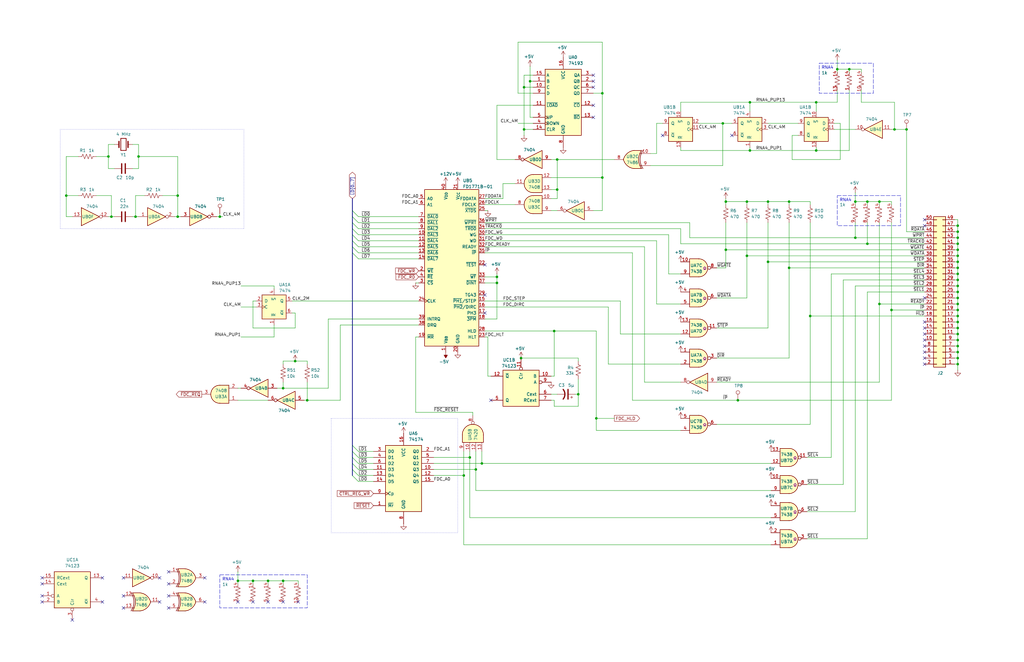
<source format=kicad_sch>
(kicad_sch (version 20250114) (generator "eeschema") (generator_version "9.0")
  (paper "USLedger")
  (title_block (title "S.V.A. Apple Disk Controller") (date "2026-01-05") (rev "9-007-001") (comment 2 "captured by Mark Aikens") (comment 3 "by Sorrento Valley Associates") (comment 4 "8\" Floppy disk controller for Apple II computers"))
  (rectangle (start 139.7 176.53) (end 193.04 224.79) (stroke (width 0) (type dot)))
  (rectangle (start 25.4 54.61) (end 102.87 96.52) (stroke (width 0) (type dot)))
  (text_box "RNA4" (at 92.71 242.57 0) (size 36.83 13.97) (margins 0.9525 0.9525 0.9525 0.9525) (stroke (width 0) (type dash)) (effects (font (size 1.27 1.27)) (justify left top)))
  (text_box "RNA4" (at 345.44 26.67 0) (size 22.86 12.7) (margins 0.9525 0.9525 0.9525 0.9525) (stroke (width 0) (type dash)) (effects (font (size 1.27 1.27)) (justify left top)))
  (text_box "RNA4" (at 353.06 82.55 0) (size 26.67 12.7) (margins 0.9525 0.9525 0.9525 0.9525) (stroke (width 0) (type dash)) (effects (font (size 1.27 1.27)) (justify left top)))
  (junction (at 403.86 100.33))
  (junction (at 403.86 140.97))
  (junction (at 209.55 119.38))
  (junction (at 45.72 66.04))
  (junction (at 234.95 80.01))
  (junction (at 403.86 153.67))
  (junction (at 403.86 135.89))
  (junction (at 74.93 91.44))
  (junction (at 403.86 102.87))
  (junction (at 195.58 200.66))
  (junction (at 403.86 151.13))
  (junction (at 200.66 198.12))
  (junction (at 403.86 113.03))
  (junction (at 360.68 85.09))
  (junction (at 119.38 245.11))
  (junction (at 129.54 168.91))
  (junction (at 403.86 125.73))
  (junction (at 403.86 148.59))
  (junction (at 332.74 85.09))
  (junction (at 323.85 85.09))
  (junction (at 403.86 107.95))
  (junction (at 306.07 85.09))
  (junction (at 220.98 36.83))
  (junction (at 46.99 91.44))
  (junction (at 323.85 110.49))
  (junction (at 219.71 151.13))
  (junction (at 119.38 163.83))
  (junction (at 209.55 116.84))
  (junction (at 403.86 120.65))
  (junction (at 382.27 54.61))
  (junction (at 403.86 95.25))
  (junction (at 375.92 130.81))
  (junction (at 100.33 245.11))
  (junction (at 74.93 82.55))
  (junction (at 57.15 91.44))
  (junction (at 403.86 138.43))
  (junction (at 377.19 54.61))
  (junction (at 365.76 102.87))
  (junction (at 316.23 63.5))
  (junction (at 254 39.37))
  (junction (at 233.68 139.7))
  (junction (at 403.86 105.41))
  (junction (at 306.07 105.41))
  (junction (at 58.42 66.04))
  (junction (at 220.98 54.61))
  (junction (at 254 74.93))
  (junction (at 403.86 133.35))
  (junction (at 403.86 97.79))
  (junction (at 365.76 85.09))
  (junction (at 311.15 168.91))
  (junction (at 344.17 43.18))
  (junction (at 124.46 152.4))
  (junction (at 358.14 29.21))
  (junction (at 403.86 143.51))
  (junction (at 370.84 128.27))
  (junction (at 314.96 85.09))
  (junction (at 403.86 146.05))
  (junction (at 353.06 29.21))
  (junction (at 314.96 107.95))
  (junction (at 341.63 133.35))
  (junction (at 403.86 110.49))
  (junction (at 243.84 166.37))
  (junction (at 332.74 113.03))
  (junction (at 344.17 63.5))
  (junction (at 403.86 130.81))
  (junction (at 403.86 118.11))
  (junction (at 304.8 52.07))
  (junction (at 203.2 195.58))
  (junction (at 92.71 91.44))
  (junction (at 403.86 123.19))
  (junction (at 316.23 43.18))
  (junction (at 403.86 115.57))
  (junction (at 403.86 128.27))
  (junction (at 106.68 245.11))
  (junction (at 360.68 100.33))
  (junction (at 113.03 245.11))
  (junction (at 198.12 193.04))
  (junction (at 27.94 82.55))
  (junction (at 234.95 67.31))
  (junction (at 223.52 34.29))
  (junction (at 370.84 85.09))
  (junction (at 251.46 176.53))
  (no_connect (at 52.07 251.46))
  (no_connect (at 67.31 243.84))
  (no_connect (at 389.89 138.43))
  (no_connect (at 389.89 125.73))
  (no_connect (at 119.38 254))
  (no_connect (at 71.12 251.46))
  (no_connect (at 389.89 148.59))
  (no_connect (at 308.61 57.15))
  (no_connect (at 106.68 254))
  (no_connect (at 204.47 124.46))
  (no_connect (at 250.19 34.29))
  (no_connect (at 17.78 246.38))
  (no_connect (at 71.12 256.54))
  (no_connect (at 279.4 57.15))
  (no_connect (at 71.12 246.38))
  (no_connect (at 17.78 254))
  (no_connect (at 71.12 241.3))
  (no_connect (at 113.03 254))
  (no_connect (at 17.78 251.46))
  (no_connect (at 52.07 256.54))
  (no_connect (at 250.19 31.75))
  (no_connect (at 86.36 243.84))
  (no_connect (at 17.78 243.84))
  (no_connect (at 86.36 254))
  (no_connect (at 250.19 49.53))
  (no_connect (at 389.89 140.97))
  (no_connect (at 389.89 135.89))
  (no_connect (at 100.33 254))
  (no_connect (at 389.89 151.13))
  (no_connect (at 250.19 44.45))
  (no_connect (at 52.07 243.84))
  (no_connect (at 389.89 95.25))
  (no_connect (at 204.47 132.08))
  (no_connect (at 67.31 254))
  (no_connect (at 389.89 143.51))
  (no_connect (at 389.89 153.67))
  (no_connect (at 389.89 146.05))
  (no_connect (at 207.01 168.91))
  (no_connect (at 250.19 36.83))
  (no_connect (at 389.89 92.71))
  (no_connect (at 125.73 254))
  (no_connect (at 43.18 243.84))
  (no_connect (at 204.47 111.76))
  (no_connect (at 43.18 254))
  (no_connect (at 30.48 261.62))
  (bus_entry (at 151.13 91.44) (size -2.54 -2.54))
  (bus_entry (at 151.13 190.5) (size -2.54 -2.54))
  (bus_entry (at 151.13 193.04) (size -2.54 -2.54))
  (bus_entry (at 151.13 104.14) (size -2.54 -2.54))
  (bus_entry (at 151.13 200.66) (size -2.54 -2.54))
  (bus_entry (at 151.13 96.52) (size -2.54 -2.54))
  (bus_entry (at 151.13 106.68) (size -2.54 -2.54))
  (bus_entry (at 151.13 99.06) (size -2.54 -2.54))
  (bus_entry (at 151.13 203.2) (size -2.54 -2.54))
  (bus_entry (at 151.13 109.22) (size -2.54 -2.54))
  (bus_entry (at 151.13 198.12) (size -2.54 -2.54))
  (bus_entry (at 151.13 93.98) (size -2.54 -2.54))
  (bus_entry (at 151.13 195.58) (size -2.54 -2.54))
  (bus_entry (at 151.13 101.6) (size -2.54 -2.54))
  (wire (pts (xy 306.07 105.41) (xy 389.89 105.41)))
  (wire (pts (xy 403.86 140.97) (xy 403.86 143.51)))
  (wire (pts (xy 261.62 140.97) (xy 287.02 140.97)))
  (wire (pts (xy 151.13 203.2) (xy 157.48 203.2)))
  (wire (pts (xy 353.06 38.1) (xy 353.06 43.18)))
  (wire (pts (xy 218.44 17.78) (xy 218.44 39.37)))
  (wire (pts (xy 195.58 200.66) (xy 195.58 229.87)))
  (wire (pts (xy 151.13 93.98) (xy 176.53 93.98)))
  (wire (pts (xy 360.68 120.65) (xy 360.68 215.9)))
  (wire (pts (xy 119.38 163.83) (xy 116.84 163.83)))
  (wire (pts (xy 204.47 119.38) (xy 209.55 119.38)))
  (wire (pts (xy 281.94 115.57) (xy 281.94 99.06)))
  (wire (pts (xy 403.86 113.03) (xy 403.86 115.57)))
  (wire (pts (xy 306.07 85.09) (xy 306.07 86.36)))
  (wire (pts (xy 151.13 190.5) (xy 157.48 190.5)))
  (wire (pts (xy 232.41 80.01) (xy 234.95 80.01)))
  (wire (pts (xy 256.54 129.54) (xy 256.54 153.67)))
  (wire (pts (xy 370.84 85.09) (xy 375.92 85.09)))
  (wire (pts (xy 358.14 63.5) (xy 344.17 63.5)))
  (wire (pts (xy 389.89 123.19) (xy 365.76 123.19)))
  (wire (pts (xy 138.43 163.83) (xy 138.43 134.62)))
  (wire (pts (xy 306.07 83.82) (xy 306.07 85.09)))
  (wire (pts (xy 209.55 67.31) (xy 209.55 44.45)))
  (wire (pts (xy 375.92 130.81) (xy 389.89 130.81)))
  (wire (pts (xy 276.86 64.77) (xy 276.86 52.07)))
  (wire (pts (xy 332.74 93.98) (xy 332.74 113.03)))
  (wire (pts (xy 204.47 88.9) (xy 205.74 88.9)))
  (wire (pts (xy 106.68 138.43) (xy 106.68 127)))
  (wire (pts (xy 341.63 179.07) (xy 302.26 179.07)))
  (wire (pts (xy 354.33 52.07) (xy 351.79 52.07)))
  (wire (pts (xy 402.59 140.97) (xy 403.86 140.97)))
  (wire (pts (xy 306.07 85.09) (xy 314.96 85.09)))
  (wire (pts (xy 143.51 137.16) (xy 176.53 137.16)))
  (wire (pts (xy 316.23 63.5) (xy 316.23 62.23)))
  (wire (pts (xy 92.71 91.44) (xy 91.44 91.44)))
  (wire (pts (xy 45.72 71.12) (xy 45.72 66.04)))
  (wire (pts (xy 402.59 115.57) (xy 403.86 115.57)))
  (wire (pts (xy 302.26 138.43) (xy 323.85 138.43)))
  (wire (pts (xy 198.12 193.04) (xy 198.12 218.44)))
  (wire (pts (xy 375.92 54.61) (xy 377.19 54.61)))
  (wire (pts (xy 402.59 148.59) (xy 403.86 148.59)))
  (wire (pts (xy 402.59 102.87) (xy 403.86 102.87)))
  (wire (pts (xy 402.59 146.05) (xy 403.86 146.05)))
  (wire (pts (xy 261.62 127) (xy 261.62 140.97)))
  (wire (pts (xy 287.02 63.5) (xy 287.02 62.23)))
  (wire (pts (xy 402.59 135.89) (xy 403.86 135.89)))
  (wire (pts (xy 403.86 92.71) (xy 403.86 95.25)))
  (wire (pts (xy 332.74 113.03) (xy 332.74 151.13)))
  (wire (pts (xy 344.17 43.18) (xy 344.17 46.99)))
  (bus (pts (xy 148.59 101.6) (xy 148.59 104.14)))
  (wire (pts (xy 375.92 93.98) (xy 375.92 130.81)))
  (wire (pts (xy 344.17 63.5) (xy 344.17 62.23)))
  (wire (pts (xy 27.94 91.44) (xy 30.48 91.44)))
  (wire (pts (xy 403.86 148.59) (xy 403.86 151.13)))
  (wire (pts (xy 243.84 152.4) (xy 243.84 151.13)))
  (wire (pts (xy 217.17 67.31) (xy 209.55 67.31)))
  (wire (pts (xy 355.6 204.47) (xy 340.36 204.47)))
  (wire (pts (xy 143.51 168.91) (xy 143.51 137.16)))
  (wire (pts (xy 151.13 101.6) (xy 176.53 101.6)))
  (wire (pts (xy 233.68 158.75) (xy 232.41 158.75)))
  (bus (pts (xy 148.59 195.58) (xy 148.59 198.12)))
  (wire (pts (xy 254 39.37) (xy 254 17.78)))
  (bus (pts (xy 148.59 83.82) (xy 148.59 88.9)))
  (wire (pts (xy 402.59 110.49) (xy 403.86 110.49)))
  (wire (pts (xy 74.93 91.44) (xy 76.2 91.44)))
  (wire (pts (xy 250.19 39.37) (xy 254 39.37)))
  (wire (pts (xy 402.59 123.19) (xy 403.86 123.19)))
  (wire (pts (xy 302.26 161.29) (xy 370.84 161.29)))
  (wire (pts (xy 402.59 113.03) (xy 403.86 113.03)))
  (wire (pts (xy 92.71 91.44) (xy 93.98 91.44)))
  (wire (pts (xy 204.47 93.98) (xy 290.83 93.98)))
  (wire (pts (xy 212.09 77.47) (xy 217.17 77.47)))
  (wire (pts (xy 106.68 245.11) (xy 113.03 245.11)))
  (wire (pts (xy 341.63 86.36) (xy 341.63 85.09)))
  (wire (pts (xy 403.86 135.89) (xy 403.86 138.43)))
  (wire (pts (xy 403.86 97.79) (xy 403.86 100.33)))
  (wire (pts (xy 375.92 130.81) (xy 375.92 168.91)))
  (wire (pts (xy 403.86 102.87) (xy 403.86 105.41)))
  (wire (pts (xy 360.68 215.9) (xy 340.36 215.9)))
  (wire (pts (xy 27.94 82.55) (xy 27.94 91.44)))
  (wire (pts (xy 375.92 86.36) (xy 375.92 85.09)))
  (wire (pts (xy 323.85 110.49) (xy 389.89 110.49)))
  (wire (pts (xy 287.02 102.87) (xy 365.76 102.87)))
  (wire (pts (xy 334.01 57.15) (xy 334.01 67.31)))
  (wire (pts (xy 276.86 52.07) (xy 279.4 52.07)))
  (wire (pts (xy 402.59 128.27) (xy 403.86 128.27)))
  (wire (pts (xy 182.88 195.58) (xy 203.2 195.58)))
  (wire (pts (xy 341.63 133.35) (xy 341.63 179.07)))
  (wire (pts (xy 33.02 82.55) (xy 27.94 82.55)))
  (wire (pts (xy 220.98 36.83) (xy 220.98 31.75)))
  (wire (pts (xy 45.72 60.96) (xy 45.72 66.04)))
  (wire (pts (xy 40.64 66.04) (xy 45.72 66.04)))
  (wire (pts (xy 403.86 133.35) (xy 403.86 135.89)))
  (wire (pts (xy 219.71 151.13) (xy 243.84 151.13)))
  (wire (pts (xy 74.93 82.55) (xy 74.93 91.44)))
  (wire (pts (xy 403.86 110.49) (xy 403.86 113.03)))
  (wire (pts (xy 306.07 113.03) (xy 302.26 113.03)))
  (wire (pts (xy 287.02 102.87) (xy 287.02 96.52)))
  (wire (pts (xy 204.47 86.36) (xy 217.17 86.36)))
  (wire (pts (xy 304.8 52.07) (xy 294.64 52.07)))
  (wire (pts (xy 204.47 142.24) (xy 205.74 142.24)))
  (wire (pts (xy 68.58 82.55) (xy 74.93 82.55)))
  (wire (pts (xy 138.43 134.62) (xy 176.53 134.62)))
  (wire (pts (xy 124.46 132.08) (xy 124.46 138.43)))
  (wire (pts (xy 402.59 100.33) (xy 403.86 100.33)))
  (wire (pts (xy 233.68 139.7) (xy 233.68 158.75)))
  (wire (pts (xy 358.14 29.21) (xy 358.14 30.48)))
  (wire (pts (xy 316.23 43.18) (xy 287.02 43.18)))
  (wire (pts (xy 119.38 245.11) (xy 125.73 245.11)))
  (wire (pts (xy 365.76 85.09) (xy 365.76 86.36)))
  (wire (pts (xy 40.64 82.55) (xy 46.99 82.55)))
  (wire (pts (xy 402.59 107.95) (xy 403.86 107.95)))
  (wire (pts (xy 182.88 200.66) (xy 195.58 200.66)))
  (wire (pts (xy 55.88 60.96) (xy 58.42 60.96)))
  (wire (pts (xy 101.6 129.54) (xy 107.95 129.54)))
  (wire (pts (xy 101.6 142.24) (xy 115.57 142.24)))
  (wire (pts (xy 233.68 139.7) (xy 251.46 139.7)))
  (wire (pts (xy 344.17 43.18) (xy 316.23 43.18)))
  (wire (pts (xy 243.84 171.45) (xy 233.68 171.45)))
  (wire (pts (xy 403.86 143.51) (xy 403.86 146.05)))
  (wire (pts (xy 276.86 101.6) (xy 276.86 128.27)))
  (wire (pts (xy 377.19 54.61) (xy 382.27 54.61)))
  (wire (pts (xy 403.86 95.25) (xy 403.86 97.79)))
  (wire (pts (xy 123.19 132.08) (xy 124.46 132.08)))
  (wire (pts (xy 402.59 95.25) (xy 403.86 95.25)))
  (wire (pts (xy 365.76 85.09) (xy 370.84 85.09)))
  (wire (pts (xy 205.74 158.75) (xy 207.01 158.75)))
  (wire (pts (xy 266.7 106.68) (xy 266.7 168.91)))
  (wire (pts (xy 403.86 130.81) (xy 403.86 133.35)))
  (wire (pts (xy 403.86 107.95) (xy 403.86 110.49)))
  (wire (pts (xy 306.07 93.98) (xy 306.07 105.41)))
  (wire (pts (xy 204.47 139.7) (xy 233.68 139.7)))
  (wire (pts (xy 365.76 102.87) (xy 389.89 102.87)))
  (wire (pts (xy 350.52 193.04) (xy 340.36 193.04)))
  (wire (pts (xy 46.99 82.55) (xy 46.99 91.44)))
  (wire (pts (xy 129.54 161.29) (xy 129.54 168.91)))
  (wire (pts (xy 175.26 119.38) (xy 176.53 119.38)))
  (wire (pts (xy 302.26 125.73) (xy 314.96 125.73)))
  (wire (pts (xy 199.39 173.99) (xy 199.39 175.26)))
  (wire (pts (xy 128.27 168.91) (xy 129.54 168.91)))
  (wire (pts (xy 100.33 245.11) (xy 100.33 246.38)))
  (wire (pts (xy 402.59 92.71) (xy 403.86 92.71)))
  (wire (pts (xy 220.98 57.15) (xy 220.98 54.61)))
  (wire (pts (xy 123.19 127) (xy 176.53 127)))
  (wire (pts (xy 402.59 143.51) (xy 403.86 143.51)))
  (wire (pts (xy 232.41 67.31) (xy 234.95 67.31)))
  (wire (pts (xy 223.52 34.29) (xy 224.79 34.29)))
  (wire (pts (xy 151.13 195.58) (xy 157.48 195.58)))
  (wire (pts (xy 209.55 116.84) (xy 209.55 119.38)))
  (wire (pts (xy 220.98 54.61) (xy 220.98 36.83)))
  (wire (pts (xy 182.88 198.12) (xy 200.66 198.12)))
  (wire (pts (xy 403.86 151.13) (xy 403.86 153.67)))
  (bus (pts (xy 148.59 93.98) (xy 148.59 96.52)))
  (wire (pts (xy 251.46 181.61) (xy 287.02 181.61)))
  (bus (pts (xy 148.59 106.68) (xy 148.59 187.96)))
  (wire (pts (xy 254 74.93) (xy 254 88.9)))
  (wire (pts (xy 365.76 123.19) (xy 365.76 227.33)))
  (wire (pts (xy 218.44 17.78) (xy 254 17.78)))
  (wire (pts (xy 334.01 67.31) (xy 354.33 67.31)))
  (wire (pts (xy 204.47 129.54) (xy 256.54 129.54)))
  (wire (pts (xy 389.89 118.11) (xy 355.6 118.11)))
  (wire (pts (xy 200.66 198.12) (xy 200.66 207.01)))
  (wire (pts (xy 402.59 138.43) (xy 403.86 138.43)))
  (wire (pts (xy 58.42 71.12) (xy 55.88 71.12)))
  (wire (pts (xy 151.13 198.12) (xy 157.48 198.12)))
  (bus (pts (xy 148.59 104.14) (xy 148.59 106.68)))
  (wire (pts (xy 175.26 173.99) (xy 199.39 173.99)))
  (wire (pts (xy 314.96 85.09) (xy 314.96 86.36)))
  (wire (pts (xy 274.32 69.85) (xy 304.8 69.85)))
  (wire (pts (xy 27.94 66.04) (xy 27.94 82.55)))
  (wire (pts (xy 57.15 82.55) (xy 57.15 91.44)))
  (wire (pts (xy 256.54 153.67) (xy 287.02 153.67)))
  (wire (pts (xy 336.55 57.15) (xy 334.01 57.15)))
  (wire (pts (xy 365.76 227.33) (xy 340.36 227.33)))
  (wire (pts (xy 341.63 133.35) (xy 389.89 133.35)))
  (wire (pts (xy 402.59 125.73) (xy 403.86 125.73)))
  (wire (pts (xy 363.22 30.48) (xy 363.22 29.21)))
  (wire (pts (xy 151.13 106.68) (xy 176.53 106.68)))
  (wire (pts (xy 203.2 190.5) (xy 203.2 195.58)))
  (wire (pts (xy 251.46 176.53) (xy 251.46 181.61)))
  (wire (pts (xy 33.02 66.04) (xy 27.94 66.04)))
  (wire (pts (xy 113.03 245.11) (xy 119.38 245.11)))
  (wire (pts (xy 124.46 138.43) (xy 106.68 138.43)))
  (wire (pts (xy 354.33 67.31) (xy 354.33 52.07)))
  (wire (pts (xy 198.12 218.44) (xy 325.12 218.44)))
  (wire (pts (xy 204.47 83.82) (xy 212.09 83.82)))
  (wire (pts (xy 58.42 66.04) (xy 58.42 71.12)))
  (wire (pts (xy 382.27 97.79) (xy 382.27 54.61)))
  (wire (pts (xy 100.33 245.11) (xy 106.68 245.11)))
  (wire (pts (xy 314.96 93.98) (xy 314.96 107.95)))
  (wire (pts (xy 218.44 39.37) (xy 224.79 39.37)))
  (wire (pts (xy 403.86 120.65) (xy 403.86 123.19)))
  (wire (pts (xy 314.96 107.95) (xy 314.96 125.73)))
  (wire (pts (xy 200.66 190.5) (xy 200.66 198.12)))
  (wire (pts (xy 353.06 29.21) (xy 358.14 29.21)))
  (bus (pts (xy 148.59 198.12) (xy 148.59 200.66)))
  (wire (pts (xy 389.89 115.57) (xy 350.52 115.57)))
  (wire (pts (xy 311.15 168.91) (xy 375.92 168.91)))
  (wire (pts (xy 204.47 116.84) (xy 209.55 116.84)))
  (wire (pts (xy 115.57 142.24) (xy 115.57 137.16)))
  (wire (pts (xy 55.88 91.44) (xy 57.15 91.44)))
  (wire (pts (xy 323.85 93.98) (xy 323.85 110.49)))
  (wire (pts (xy 332.74 85.09) (xy 332.74 86.36)))
  (wire (pts (xy 290.83 100.33) (xy 290.83 93.98)))
  (bus (pts (xy 148.59 91.44) (xy 148.59 93.98)))
  (wire (pts (xy 218.44 52.07) (xy 224.79 52.07)))
  (wire (pts (xy 209.55 44.45) (xy 224.79 44.45)))
  (wire (pts (xy 46.99 91.44) (xy 48.26 91.44)))
  (bus (pts (xy 148.59 187.96) (xy 148.59 190.5)))
  (wire (pts (xy 402.59 97.79) (xy 403.86 97.79)))
  (bus (pts (xy 148.59 190.5) (xy 148.59 193.04)))
  (wire (pts (xy 370.84 85.09) (xy 370.84 86.36)))
  (wire (pts (xy 355.6 118.11) (xy 355.6 204.47)))
  (wire (pts (xy 234.95 67.31) (xy 259.08 67.31)))
  (wire (pts (xy 209.55 115.57) (xy 209.55 116.84)))
  (wire (pts (xy 233.68 168.91) (xy 233.68 171.45)))
  (wire (pts (xy 403.86 138.43) (xy 403.86 140.97)))
  (wire (pts (xy 281.94 115.57) (xy 287.02 115.57)))
  (wire (pts (xy 45.72 91.44) (xy 46.99 91.44)))
  (wire (pts (xy 402.59 118.11) (xy 403.86 118.11)))
  (wire (pts (xy 125.73 245.11) (xy 125.73 246.38)))
  (wire (pts (xy 353.06 25.4) (xy 353.06 29.21)))
  (wire (pts (xy 402.59 105.41) (xy 403.86 105.41)))
  (wire (pts (xy 254 88.9) (xy 250.19 88.9)))
  (wire (pts (xy 389.89 97.79) (xy 382.27 97.79)))
  (wire (pts (xy 200.66 207.01) (xy 325.12 207.01)))
  (wire (pts (xy 129.54 168.91) (xy 143.51 168.91)))
  (wire (pts (xy 124.46 152.4) (xy 129.54 152.4)))
  (wire (pts (xy 341.63 93.98) (xy 341.63 133.35)))
  (wire (pts (xy 314.96 107.95) (xy 389.89 107.95)))
  (wire (pts (xy 306.07 105.41) (xy 306.07 113.03)))
  (wire (pts (xy 370.84 128.27) (xy 389.89 128.27)))
  (wire (pts (xy 403.86 118.11) (xy 403.86 120.65)))
  (wire (pts (xy 106.68 127) (xy 107.95 127)))
  (wire (pts (xy 151.13 193.04) (xy 157.48 193.04)))
  (wire (pts (xy 402.59 153.67) (xy 403.86 153.67)))
  (wire (pts (xy 220.98 36.83) (xy 224.79 36.83)))
  (wire (pts (xy 353.06 43.18) (xy 344.17 43.18)))
  (wire (pts (xy 344.17 63.5) (xy 316.23 63.5)))
  (wire (pts (xy 74.93 66.04) (xy 58.42 66.04)))
  (wire (pts (xy 341.63 85.09) (xy 332.74 85.09)))
  (wire (pts (xy 403.86 153.67) (xy 403.86 156.21)))
  (wire (pts (xy 336.55 52.07) (xy 323.85 52.07)))
  (wire (pts (xy 360.68 100.33) (xy 389.89 100.33)))
  (wire (pts (xy 243.84 160.02) (xy 243.84 166.37)))
  (wire (pts (xy 402.59 151.13) (xy 403.86 151.13)))
  (wire (pts (xy 124.46 152.4) (xy 119.38 152.4)))
  (wire (pts (xy 151.13 99.06) (xy 176.53 99.06)))
  (wire (pts (xy 234.95 67.31) (xy 234.95 80.01)))
  (wire (pts (xy 403.86 100.33) (xy 403.86 102.87)))
  (wire (pts (xy 220.98 54.61) (xy 224.79 54.61)))
  (wire (pts (xy 290.83 100.33) (xy 360.68 100.33)))
  (wire (pts (xy 323.85 110.49) (xy 323.85 138.43)))
  (wire (pts (xy 58.42 60.96) (xy 58.42 66.04)))
  (wire (pts (xy 204.47 96.52) (xy 287.02 96.52)))
  (wire (pts (xy 353.06 30.48) (xy 353.06 29.21)))
  (wire (pts (xy 274.32 64.77) (xy 276.86 64.77)))
  (wire (pts (xy 403.86 123.19) (xy 403.86 125.73)))
  (bus (pts (xy 148.59 88.9) (xy 148.59 91.44)))
  (wire (pts (xy 254 39.37) (xy 254 74.93)))
  (wire (pts (xy 242.57 166.37) (xy 243.84 166.37)))
  (bus (pts (xy 148.59 99.06) (xy 148.59 101.6)))
  (wire (pts (xy 233.68 168.91) (xy 232.41 168.91)))
  (wire (pts (xy 119.38 152.4) (xy 119.38 153.67)))
  (wire (pts (xy 271.78 161.29) (xy 287.02 161.29)))
  (wire (pts (xy 204.47 99.06) (xy 281.94 99.06)))
  (wire (pts (xy 403.86 125.73) (xy 403.86 128.27)))
  (wire (pts (xy 151.13 96.52) (xy 176.53 96.52)))
  (wire (pts (xy 175.26 142.24) (xy 175.26 173.99)))
  (wire (pts (xy 403.86 146.05) (xy 403.86 148.59)))
  (wire (pts (xy 316.23 43.18) (xy 316.23 46.99)))
  (wire (pts (xy 287.02 43.18) (xy 287.02 46.99)))
  (wire (pts (xy 204.47 106.68) (xy 266.7 106.68)))
  (wire (pts (xy 332.74 113.03) (xy 389.89 113.03)))
  (wire (pts (xy 119.38 161.29) (xy 119.38 163.83)))
  (wire (pts (xy 195.58 229.87) (xy 325.12 229.87)))
  (wire (pts (xy 363.22 29.21) (xy 358.14 29.21)))
  (wire (pts (xy 402.59 120.65) (xy 403.86 120.65)))
  (wire (pts (xy 360.68 85.09) (xy 365.76 85.09)))
  (wire (pts (xy 205.74 142.24) (xy 205.74 158.75)))
  (wire (pts (xy 74.93 91.44) (xy 73.66 91.44)))
  (wire (pts (xy 119.38 245.11) (xy 119.38 246.38)))
  (wire (pts (xy 151.13 200.66) (xy 157.48 200.66)))
  (wire (pts (xy 115.57 120.65) (xy 115.57 121.92)))
  (wire (pts (xy 358.14 38.1) (xy 358.14 63.5)))
  (wire (pts (xy 60.96 82.55) (xy 57.15 82.55)))
  (wire (pts (xy 316.23 63.5) (xy 287.02 63.5)))
  (wire (pts (xy 370.84 128.27) (xy 370.84 161.29)))
  (wire (pts (xy 360.68 93.98) (xy 360.68 100.33)))
  (wire (pts (xy 151.13 91.44) (xy 176.53 91.44)))
  (wire (pts (xy 234.95 88.9) (xy 232.41 88.9)))
  (wire (pts (xy 204.47 134.62) (xy 209.55 134.62)))
  (wire (pts (xy 266.7 168.91) (xy 311.15 168.91)))
  (wire (pts (xy 223.52 27.94) (xy 223.52 34.29)))
  (wire (pts (xy 403.86 115.57) (xy 403.86 118.11)))
  (bus (pts (xy 148.59 96.52) (xy 148.59 99.06)))
  (wire (pts (xy 198.12 190.5) (xy 198.12 193.04)))
  (wire (pts (xy 271.78 104.14) (xy 271.78 161.29)))
  (wire (pts (xy 176.53 142.24) (xy 175.26 142.24)))
  (wire (pts (xy 389.89 120.65) (xy 360.68 120.65)))
  (wire (pts (xy 100.33 163.83) (xy 101.6 163.83)))
  (wire (pts (xy 363.22 38.1) (xy 363.22 43.18)))
  (wire (pts (xy 314.96 85.09) (xy 323.85 85.09)))
  (wire (pts (xy 204.47 104.14) (xy 271.78 104.14)))
  (wire (pts (xy 48.26 71.12) (xy 45.72 71.12)))
  (wire (pts (xy 195.58 190.5) (xy 195.58 200.66)))
  (wire (pts (xy 323.85 85.09) (xy 323.85 86.36)))
  (wire (pts (xy 403.86 128.27) (xy 403.86 130.81)))
  (wire (pts (xy 220.98 31.75) (xy 224.79 31.75)))
  (wire (pts (xy 251.46 176.53) (xy 251.46 139.7)))
  (wire (pts (xy 224.79 49.53) (xy 223.52 49.53)))
  (wire (pts (xy 74.93 66.04) (xy 74.93 82.55)))
  (wire (pts (xy 234.95 80.01) (xy 234.95 83.82)))
  (wire (pts (xy 251.46 176.53) (xy 259.08 176.53)))
  (wire (pts (xy 232.41 74.93) (xy 254 74.93)))
  (wire (pts (xy 276.86 128.27) (xy 287.02 128.27)))
  (wire (pts (xy 204.47 127) (xy 261.62 127)))
  (wire (pts (xy 363.22 43.18) (xy 377.19 43.18)))
  (wire (pts (xy 308.61 52.07) (xy 304.8 52.07)))
  (wire (pts (xy 302.26 151.13) (xy 332.74 151.13)))
  (wire (pts (xy 360.68 54.61) (xy 351.79 54.61)))
  (wire (pts (xy 402.59 133.35) (xy 403.86 133.35)))
  (wire (pts (xy 113.03 245.11) (xy 113.03 246.38)))
  (wire (pts (xy 403.86 105.41) (xy 403.86 107.95)))
  (wire (pts (xy 106.68 245.11) (xy 106.68 246.38)))
  (wire (pts (xy 209.55 119.38) (xy 209.55 134.62)))
  (wire (pts (xy 212.09 83.82) (xy 212.09 77.47)))
  (wire (pts (xy 365.76 93.98) (xy 365.76 102.87)))
  (wire (pts (xy 243.84 171.45) (xy 243.84 166.37)))
  (wire (pts (xy 57.15 91.44) (xy 58.42 91.44)))
  (wire (pts (xy 232.41 83.82) (xy 234.95 83.82)))
  (wire (pts (xy 151.13 104.14) (xy 176.53 104.14)))
  (wire (pts (xy 234.95 166.37) (xy 232.41 166.37)))
  (wire (pts (xy 129.54 152.4) (xy 129.54 153.67)))
  (bus (pts (xy 148.59 193.04) (xy 148.59 195.58)))
  (wire (pts (xy 350.52 115.57) (xy 350.52 193.04)))
  (wire (pts (xy 402.59 130.81) (xy 403.86 130.81)))
  (wire (pts (xy 360.68 81.28) (xy 360.68 85.09)))
  (wire (pts (xy 151.13 109.22) (xy 176.53 109.22)))
  (wire (pts (xy 360.68 85.09) (xy 360.68 86.36)))
  (wire (pts (xy 182.88 193.04) (xy 198.12 193.04)))
  (wire (pts (xy 119.38 163.83) (xy 138.43 163.83)))
  (wire (pts (xy 92.71 90.17) (xy 92.71 91.44)))
  (wire (pts (xy 204.47 101.6) (xy 276.86 101.6)))
  (wire (pts (xy 203.2 195.58) (xy 325.12 195.58)))
  (wire (pts (xy 223.52 34.29) (xy 223.52 49.53)))
  (wire (pts (xy 100.33 241.3) (xy 100.33 245.11)))
  (wire (pts (xy 323.85 85.09) (xy 332.74 85.09)))
  (wire (pts (xy 101.6 120.65) (xy 115.57 120.65)))
  (wire (pts (xy 45.72 60.96) (xy 48.26 60.96)))
  (wire (pts (xy 304.8 52.07) (xy 304.8 69.85)))
  (wire (pts (xy 377.19 43.18) (xy 377.19 54.61)))
  (wire (pts (xy 100.33 168.91) (xy 113.03 168.91)))
  (wire (pts (xy 370.84 93.98) (xy 370.84 128.27)))
  (label "~{SEL4}" (at 389.89 115.57 180))
  (label "~{LD0}" (at 151.13 203.2 0))
  (label "FDC_DIRC" (at 212.09 129.54 0))
  (label "~{SEL1}" (at 389.89 123.19 180))
  (label "FDC_WG" (at 204.47 99.06 0))
  (label "~{STEP}" (at 302.26 138.43 0))
  (label "~{LD4}" (at 152.4 101.6 0))
  (label "~{DIR}" (at 302.26 151.13 0))
  (label "~{READY}" (at 302.26 161.29 0))
  (label "~{STEP}" (at 389.89 110.49 180))
  (label "RNA4_PUP13" (at 101.6 120.65 180))
  (label "FDC_WD" (at 204.47 101.6 0))
  (label "~{WPRT}" (at 389.89 100.33 180))
  (label "~{SEL2}" (at 389.89 120.65 180))
  (label "~{FDC_RESET}" (at 182.88 173.99 0))
  (label "FDC_STEP" (at 212.09 127 0))
  (label "~{SEL3}" (at 389.89 118.11 180))
  (label "RNA4_PUP1" (at 101.6 142.24 180))
  (label "~{IP}" (at 389.89 130.81 180))
  (label "~{LD1}" (at 151.13 190.5 0))
  (label "FDC_READY" (at 204.47 104.14 0))
  (label "~{LD1}" (at 152.4 93.98 0))
  (label "~{SEL4}" (at 340.36 193.04 0))
  (label "FDC_A1" (at 182.88 190.5 0))
  (label "FDCLK" (at 204.47 86.36 0))
  (label "CLK_4M" (at 294.64 54.61 0))
  (label "CLK_4M" (at 323.85 54.61 0))
  (label "~{LD7}" (at 152.4 109.22 0))
  (label "~{LD3}" (at 152.4 99.06 0))
  (label "~{SEL1}" (at 340.36 227.33 0))
  (label "RNA4_PUP13" (at 318.77 43.18 0))
  (label "~{SEL3}" (at 340.36 204.47 0))
  (label "~{LD3}" (at 151.13 193.04 0))
  (label "~{TRACK0}" (at 389.89 102.87 180))
  (label "FDDATA" (at 204.47 83.82 0))
  (label "~{WDATA}" (at 302.26 125.73 0))
  (label "~{LD0}" (at 152.4 91.44 0))
  (label "~{WPRT}" (at 204.47 93.98 0))
  (label "~{WGATE}" (at 389.89 105.41 180))
  (label "CLK_2M" (at 123.19 127 0))
  (label "~{IP}" (at 304.8 168.91 0))
  (label "~{WGATE}" (at 302.26 113.03 0))
  (label "RNA4_PUP1" (at 318.77 63.5 0))
  (label "FDC_A1" (at 176.53 86.36 180))
  (label "~{LD5}" (at 152.4 104.14 0))
  (label "FDC_A0" (at 176.53 83.82 180))
  (label "~{LD4}" (at 151.13 198.12 0))
  (label "~{TRACK0}" (at 204.47 96.52 0))
  (label "CLK_4M" (at 93.98 91.44 0))
  (label "~{SEL2}" (at 340.36 215.9 0))
  (label "~{WDATA}" (at 389.89 107.95 180))
  (label "~{LD6}" (at 152.4 106.68 0))
  (label "~{READY}" (at 389.89 128.27 180))
  (label "~{LD2}" (at 152.4 96.52 0))
  (label "~{IP}" (at 204.47 106.68 0))
  (label "FDC_A0" (at 182.88 203.2 0))
  (label "~{LD5}" (at 151.13 195.58 0))
  (label "~{LD2}" (at 151.13 200.66 0))
  (label "CLK_4M" (at 218.44 52.07 180))
  (label "CLK_4M" (at 101.6 129.54 180))
  (label "~{DIR}" (at 389.89 113.03 180))
  (label "~{HLD}" (at 389.89 133.35 180))
  (label "FDC_HLT" (at 204.47 142.24 0))
  (label "~{RDATA}" (at 389.89 97.79 180))
  (global_label "~{FDC_WR}" (shape input) (at 176.53 114.3 180) (property "Intersheetrefs" "${INTERSHEET_REFS}" (effects (hide yes))))
  (global_label "~{FDC_RD}" (shape input) (at 176.53 116.84 180) (property "Intersheetrefs" "${INTERSHEET_REFS}" (effects (hide yes))))
  (global_label "~{FDC_REQ}" (shape output) (at 85.09 166.37 180) (property "Intersheetrefs" "${INTERSHEET_REFS}" (effects (hide yes))))
  (global_label "~{LD[0..7]}" (shape bidirectional) (at 148.59 83.82 90) (property "Intersheetrefs" "${INTERSHEET_REFS}" (effects (hide yes))))
  (global_label "~{RESET}" (shape input) (at 157.48 213.36 180) (property "Intersheetrefs" "${INTERSHEET_REFS}" (effects (hide yes))))
  (global_label "~{CTRL_REG_WR}" (shape input) (at 157.48 208.28 180) (property "Intersheetrefs" "${INTERSHEET_REFS}" (effects (hide yes))))
  (global_label "FDC_HLD" (shape output) (at 259.08 176.53 0) (property "Intersheetrefs" "${INTERSHEET_REFS}" (effects (hide yes))))
  (symbol (lib_id "74xx:74LS74") (at 316.23 54.61 0) (mirror y) (unit 1)
    (property "Reference" "UB1" (at 314.198 45.212 0) (effects (justify left)))
    (property "Value" "7474" (at 314.198 47.752 0) (effects (justify left)))
    (property "Datasheet" "74xx/74hc_hct74.pdf" (effects (hide yes)))
    (property "Description" "Dual D Flip-flop, Set & Reset" (effects (hide yes)))
  )
  (symbol (lib_id "74xx:74LS86") (at 59.69 254 0) (unit 4)
    (property "Reference" "UB2" (at 59.69 252.73 0))
    (property "Value" "7486" (at 59.69 255.27 0))
    (property "Datasheet" "74xx/74ls86.pdf" (effects (hide yes)))
    (property "Description" "Quad 2-input XOR" (effects (hide yes)))
  )
  (symbol (lib_id "Passive_Legacy:314A") (at 363.22 34.29 0) (unit 10)
    (property "Reference" "RNA4" (effects (hide yes)))
    (property "Value" "1k" (effects (hide yes)))
    (property "Footprint" "Package_DIP:DIP-14_W7.62mm" (effects (hide yes)))
    (property "Description" "Allen Bradley 13 resistor network, star topology, bussed resistors, split" (effects (hide yes)))
  )
  (symbol (lib_id "74xx:74LS04") (at 368.3 54.61 0) (mirror y) (unit 5)
    (property "Reference" "UB4" (at 369.316 54.61 0))
    (property "Value" "7404" (at 367.538 50.292 0))
    (property "Datasheet" "http://www.ti.com/lit/gpn/sn74LS04" (effects (hide yes)))
    (property "Description" "Hex Inverter" (effects (hide yes)))
  )
  (symbol (lib_id "Device:Crystal") (at 52.07 60.96 0) (unit 1)
    (property "Reference" "Y1" (at 52.07 65.278 0))
    (property "Value" "4 MHz" (at 52.07 56.642 0))
    (property "Description" "Two pin crystal" (effects (hide yes)))
  )
  (symbol (lib_id "power:+5V") (at 193.04 77.47 0) (unit 1)
    (property "Reference" "#PWR021" (effects (hide yes)))
    (property "Value" "+5V" (at 192.532 73.406 0))
    (property "Description" "Power symbol creates a global label with name \"+5V\"" (effects (hide yes)))
  )
  (symbol (lib_id "Passive_Legacy:314A") (at 119.38 250.19 0) (unit 6)
    (property "Reference" "RNA4" (effects (hide yes)))
    (property "Value" "1k" (effects (hide yes)))
    (property "Footprint" "Package_DIP:DIP-14_W7.62mm" (effects (hide yes)))
    (property "Description" "Allen Bradley 13 resistor network, star topology, bussed resistors, split" (effects (hide yes)))
  )
  (symbol (lib_id "power:+5V") (at 287.02 148.59 0) (unit 1)
    (property "Reference" "#PWR044" (effects (hide yes)))
    (property "Value" "+5V" (at 286.512 144.526 0))
    (property "Description" "Power symbol creates a global label with name \"+5V\"" (effects (hide yes)))
  )
  (symbol (lib_id "Passive_Legacy:314A") (at 113.03 250.19 0) (unit 5)
    (property "Reference" "RNA4" (effects (hide yes)))
    (property "Value" "1k" (effects (hide yes)))
    (property "Footprint" "Package_DIP:DIP-14_W7.62mm" (effects (hide yes)))
    (property "Description" "Allen Bradley 13 resistor network, star topology, bussed resistors, split" (effects (hide yes)))
  )
  (symbol (lib_id "Device:R_US") (at 306.07 90.17 0) (unit 1)
    (property "Reference" "R6" (at 307.848 88.9 0) (effects (justify left)))
    (property "Value" "470" (at 307.848 91.44 0) (effects (justify left)))
    (property "Description" "Resistor, US symbol" (effects (hide yes)))
  )
  (symbol (lib_id "power:+5V") (at 325.12 224.79 0) (unit 1)
    (property "Reference" "#PWR065" (effects (hide yes)))
    (property "Value" "+5V" (at 324.612 220.726 0))
    (property "Description" "Power symbol creates a global label with name \"+5V\"" (effects (hide yes)))
  )
  (symbol (lib_id "power:+5V") (at 287.02 176.53 0) (unit 1)
    (property "Reference" "#PWR039" (effects (hide yes)))
    (property "Value" "+5V" (at 286.512 172.466 0))
    (property "Description" "Power symbol creates a global label with name \"+5V\"" (effects (hide yes)))
  )
  (symbol (lib_id "Device:C") (at 52.07 71.12 90) (unit 1)
    (property "Reference" "C2" (at 49.022 74.93 90) (effects (justify right)))
    (property "Value" "10p" (at 52.832 74.93 90) (effects (justify right)))
    (property "Description" "Unpolarized capacitor" (effects (hide yes)))
  )
  (symbol (lib_id "power:+5V") (at 325.12 213.36 0) (unit 1)
    (property "Reference" "#PWR066" (effects (hide yes)))
    (property "Value" "+5V" (at 324.612 209.296 0))
    (property "Description" "Power symbol creates a global label with name \"+5V\"" (effects (hide yes)))
  )
  (symbol (lib_id "power:+5V") (at 237.49 24.13 0) (unit 1)
    (property "Reference" "#PWR013" (effects (hide yes)))
    (property "Value" "+5V" (at 236.982 20.066 0))
    (property "Description" "Power symbol creates a global label with name \"+5V\"" (effects (hide yes)))
  )
  (symbol (lib_id "Device:R_US") (at 36.83 66.04 90) (unit 1)
    (property "Reference" "R1" (at 33.528 63.5 90) (effects (justify right)))
    (property "Value" "1k" (at 37.338 63.5 90) (effects (justify right)))
    (property "Description" "Resistor, US symbol" (effects (hide yes)))
  )
  (symbol (lib_id "power:+5V") (at 287.02 123.19 0) (unit 1)
    (property "Reference" "#PWR043" (effects (hide yes)))
    (property "Value" "+5V" (at 286.512 119.126 0))
    (property "Description" "Power symbol creates a global label with name \"+5V\"" (effects (hide yes)))
  )
  (symbol (lib_id "Passive_Legacy:314A") (at 358.14 34.29 0) (unit 1)
    (property "Reference" "RNA4" (effects (hide yes)))
    (property "Value" "1k" (at 346.456 30.734 0) (effects (justify left)))
    (property "Footprint" "Package_DIP:DIP-14_W7.62mm" (effects (hide yes)))
    (property "Description" "Allen Bradley 13 resistor network, star topology, bussed resistors, split" (effects (hide yes)))
  )
  (symbol (lib_id "74xx:74LS74") (at 287.02 54.61 0) (mirror y) (unit 2)
    (property "Reference" "UB1" (at 284.988 45.212 0) (effects (justify left)))
    (property "Value" "7474" (at 284.988 47.752 0) (effects (justify left)))
    (property "Datasheet" "74xx/74hc_hct74.pdf" (effects (hide yes)))
    (property "Description" "Dual D Flip-flop, Set & Reset" (effects (hide yes)))
  )
  (symbol (lib_id "power:+5V") (at 219.71 151.13 0) (unit 1)
    (property "Reference" "#PWR071" (effects (hide yes)))
    (property "Value" "+5V" (at 219.202 147.066 0))
    (property "Description" "Power symbol creates a global label with name \"+5V\"" (effects (hide yes)))
  )
  (symbol (lib_id "power:GND") (at 403.86 156.21 0) (unit 1)
    (property "Reference" "#PWR047" (effects (hide yes)))
    (property "Value" "GND" (effects (hide yes)))
    (property "Description" "Power symbol creates a global label with name \"GND\" , ground" (effects (hide yes)))
  )
  (symbol (lib_id "74xx:74LS04") (at 38.1 91.44 0) (unit 6)
    (property "Reference" "UB0" (at 37.084 91.44 0))
    (property "Value" "7404" (at 38.862 87.122 0))
    (property "Datasheet" "http://www.ti.com/lit/gpn/sn74LS04" (effects (hide yes)))
    (property "Description" "Hex Inverter" (effects (hide yes)))
  )
  (symbol (lib_id "Device:C_Polarized_US") (at 238.76 166.37 270) (mirror x) (unit 1)
    (property "Reference" "C3" (at 235.458 162.56 90) (effects (justify left)))
    (property "Value" "5µ" (at 239.522 162.56 90) (effects (justify left)))
    (property "Description" "Polarized capacitor, US symbol" (effects (hide yes)))
  )
  (symbol (lib_id "power:+5V") (at 306.07 83.82 0) (unit 1)
    (property "Reference" "#PWR052" (effects (hide yes)))
    (property "Value" "+5V" (at 305.562 79.756 0))
    (property "Description" "Power symbol creates a global label with name \"+5V\"" (effects (hide yes)))
  )
  (symbol (lib_id "power:+5V") (at 287.02 110.49 0) (unit 1)
    (property "Reference" "#PWR041" (effects (hide yes)))
    (property "Value" "+5V" (at 286.512 106.426 0))
    (property "Description" "Power symbol creates a global label with name \"+5V\"" (effects (hide yes)))
  )
  (symbol (lib_id "74xx:74LS04") (at 120.65 168.91 180) (unit 3)
    (property "Reference" "UB4" (at 121.666 168.91 0))
    (property "Value" "7404" (at 119.888 173.228 0))
    (property "Datasheet" "http://www.ti.com/lit/gpn/sn74LS04" (effects (hide yes)))
    (property "Description" "Hex Inverter" (effects (hide yes)))
  )
  (symbol (lib_id "74xx:74LS20") (at 199.39 182.88 90) (unit 2)
    (property "Reference" "UA5" (at 198.12 183.388 0))
    (property "Value" "7420" (at 200.66 183.388 0))
    (property "Datasheet" "http://www.ti.com/lit/gpn/sn74LS20" (effects (hide yes)))
    (property "Description" "Dual 4-input NAND" (effects (hide yes)))
  )
  (symbol (lib_id "74xx:74LS86") (at 78.74 243.84 0) (unit 1)
    (property "Reference" "UB2" (at 78.74 242.57 0))
    (property "Value" "7486" (at 78.74 245.11 0))
    (property "Datasheet" "74xx/74ls86.pdf" (effects (hide yes)))
    (property "Description" "Quad 2-input XOR" (effects (hide yes)))
  )
  (symbol (lib_id "74xx:74LS123") (at 30.48 248.92 0) (unit 1)
    (property "Reference" "UC1" (at 30.48 236.22 0))
    (property "Value" "74123" (at 30.48 238.76 0))
    (property "Datasheet" "http://www.ti.com/lit/gpn/sn74LS123" (effects (hide yes)))
    (property "Description" "Dual retriggerable Monostable" (effects (hide yes)))
  )
  (symbol (lib_id "74xx:74LS08") (at 224.79 86.36 180) (unit 3)
    (property "Reference" "UB3" (at 225.298 87.376 0))
    (property "Value" "7408" (at 225.298 84.836 0))
    (property "Datasheet" "http://www.ti.com/lit/gpn/sn74LS08" (effects (hide yes)))
    (property "Description" "Quad And2" (effects (hide yes)))
  )
  (symbol (lib_id "power:+5V") (at 353.06 25.4 0) (unit 1)
    (property "Reference" "#PWR027" (effects (hide yes)))
    (property "Value" "+5V" (at 352.552 21.336 0))
    (property "Description" "Power symbol creates a global label with name \"+5V\"" (effects (hide yes)))
  )
  (symbol (lib_id "74xx:74LS74") (at 344.17 54.61 0) (mirror y) (unit 2)
    (property "Reference" "UA1" (at 342.138 45.212 0) (effects (justify left)))
    (property "Value" "7474" (at 342.138 47.752 0) (effects (justify left)))
    (property "Datasheet" "74xx/74hc_hct74.pdf" (effects (hide yes)))
    (property "Description" "Dual D Flip-flop, Set & Reset" (effects (hide yes)))
  )
  (symbol (lib_id "74xx:74LS38") (at 294.64 138.43 0) (mirror x) (unit 4)
    (property "Reference" "UA7" (at 293.624 139.7 0))
    (property "Value" "7438" (at 293.624 137.16 0))
    (property "Datasheet" "http://www.ti.com/lit/gpn/sn74LS38" (effects (hide yes)))
    (property "Description" "Quad Buffer 2-input NAND Open collector" (effects (hide yes)))
    (property "Output" "⍚" (at 297.18 138.43 0))
  )
  (symbol (lib_id "74xx:74LS04") (at 294.64 161.29 180) (unit 4)
    (property "Reference" "UB4" (at 295.656 161.29 0))
    (property "Value" "7404" (at 293.878 165.608 0))
    (property "Datasheet" "http://www.ti.com/lit/gpn/sn74LS04" (effects (hide yes)))
    (property "Description" "Hex Inverter" (effects (hide yes)))
  )
  (symbol (lib_id "Device:R_US") (at 119.38 157.48 0) (unit 1)
    (property "Reference" "R51" (at 120.904 156.21 0) (effects (justify left)))
    (property "Value" "10k" (at 120.904 158.75 0) (effects (justify left)))
    (property "Description" "Resistor, US symbol" (effects (hide yes)))
  )
  (symbol (lib_id "power:+5V") (at 170.18 182.88 0) (unit 1)
    (property "Reference" "#PWR012" (effects (hide yes)))
    (property "Value" "+5V" (at 169.672 178.816 0))
    (property "Description" "Power symbol creates a global label with name \"+5V\"" (effects (hide yes)))
  )
  (symbol (lib_id "power:+5V") (at 325.12 201.93 0) (unit 1)
    (property "Reference" "#PWR067" (effects (hide yes)))
    (property "Value" "+5V" (at 324.612 197.866 0))
    (property "Description" "Power symbol creates a global label with name \"+5V\"" (effects (hide yes)))
  )
  (symbol (lib_id "74xx:74LS193") (at 237.49 41.91 0) (unit 1)
    (property "Reference" "UA0" (at 239.6333 24.13 0) (effects (justify left)))
    (property "Value" "74193" (at 239.6333 26.67 0) (effects (justify left)))
    (property "Datasheet" "http://www.ti.com/lit/ds/symlink/sn74ls193.pdf" (effects (hide yes)))
    (property "Description" "Synchronous 4-bit Up/Down (2 clk) counter" (effects (hide yes)))
  )
  (symbol (lib_id "Passive_Legacy:314A") (at 106.68 250.19 0) (unit 4)
    (property "Reference" "RNA4" (effects (hide yes)))
    (property "Value" "1k" (effects (hide yes)))
    (property "Footprint" "Package_DIP:DIP-14_W7.62mm" (effects (hide yes)))
    (property "Description" "Allen Bradley 13 resistor network, star topology, bussed resistors, split" (effects (hide yes)))
  )
  (symbol (lib_id "74xx:74LS08") (at 92.71 166.37 180) (unit 1)
    (property "Reference" "UB3" (at 93.218 167.386 0))
    (property "Value" "7408" (at 93.218 164.846 0))
    (property "Datasheet" "http://www.ti.com/lit/gpn/sn74LS08" (effects (hide yes)))
    (property "Description" "Quad And2" (effects (hide yes)))
  )
  (symbol (lib_id "power:+5V") (at 360.68 81.28 0) (unit 1)
    (property "Reference" "#PWR059" (effects (hide yes)))
    (property "Value" "+5V" (at 360.172 77.216 0))
    (property "Description" "Power symbol creates a global label with name \"+5V\"" (effects (hide yes)))
  )
  (symbol (lib_id "power:+5V") (at 223.52 27.94 0) (unit 1)
    (property "Reference" "#PWR026" (effects (hide yes)))
    (property "Value" "+5V" (at 223.012 23.876 0))
    (property "Description" "Power symbol creates a global label with name \"+5V\"" (effects (hide yes)))
  )
  (symbol (lib_id "74xx:74LS38") (at 294.64 151.13 0) (unit 1)
    (property "Reference" "UA7" (at 293.624 149.86 0))
    (property "Value" "7438" (at 293.624 152.4 0))
    (property "Datasheet" "http://www.ti.com/lit/gpn/sn74LS38" (effects (hide yes)))
    (property "Description" "Quad Buffer 2-input NAND Open collector" (effects (hide yes)))
    (property "Output" "⍚" (at 297.18 151.13 0))
  )
  (symbol (lib_id "74xx:74LS38") (at 294.64 113.03 0) (mirror x) (unit 3)
    (property "Reference" "UA7" (at 293.624 112.014 0))
    (property "Value" "7438" (at 293.624 114.554 0))
    (property "Datasheet" "http://www.ti.com/lit/gpn/sn74LS38" (effects (hide yes)))
    (property "Description" "Quad Buffer 2-input NAND Open collector" (effects (hide yes)))
    (property "Output" "⍚" (at 297.18 113.03 0))
  )
  (symbol (lib_id "74xx:74LS38") (at 294.64 179.07 0) (mirror x) (unit 2)
    (property "Reference" "UC7" (at 293.624 177.8 0))
    (property "Value" "7438" (at 293.624 180.34 0))
    (property "Datasheet" "http://www.ti.com/lit/gpn/sn74LS38" (effects (hide yes)))
    (property "Description" "Quad Buffer 2-input NAND Open collector" (effects (hide yes)))
    (property "Output" "⍚" (at 297.18 179.07 0))
  )
  (symbol (lib_id "power:GND") (at 220.98 57.15 0) (unit 1)
    (property "Reference" "#PWR072" (effects (hide yes)))
    (property "Value" "GND" (effects (hide yes)))
    (property "Description" "Power symbol creates a global label with name \"GND\" , ground" (effects (hide yes)))
  )
  (symbol (lib_id "Device:R_US") (at 332.74 90.17 0) (unit 1)
    (property "Reference" "R9" (at 334.518 88.9 0) (effects (justify left)))
    (property "Value" "470" (at 334.518 91.44 0) (effects (justify left)))
    (property "Description" "Resistor, US symbol" (effects (hide yes)))
  )
  (symbol (lib_id "74xx:74LS08") (at 224.79 77.47 0) (mirror y) (unit 4)
    (property "Reference" "UB3" (at 225.298 76.454 0))
    (property "Value" "7408" (at 225.298 78.994 0))
    (property "Datasheet" "http://www.ti.com/lit/gpn/sn74LS08" (effects (hide yes)))
    (property "Description" "Quad And2" (effects (hide yes)))
  )
  (symbol (lib_id "Passive_Legacy:314A") (at 360.68 90.17 0) (unit 9)
    (property "Reference" "RNA4" (effects (hide yes)))
    (property "Value" "1k" (at 354.076 86.36 0) (effects (justify left)))
    (property "Footprint" "Package_DIP:DIP-14_W7.62mm" (effects (hide yes)))
    (property "Description" "Allen Bradley 13 resistor network, star topology, bussed resistors, split" (effects (hide yes)))
  )
  (symbol (lib_id "power:GND") (at 205.74 88.9 0) (unit 1)
    (property "Reference" "#PWR046" (effects (hide yes)))
    (property "Value" "GND" (effects (hide yes)))
    (property "Description" "Power symbol creates a global label with name \"GND\" , ground" (effects (hide yes)))
  )
  (symbol (lib_id "74xx:74LS74") (at 115.57 129.54 0) (unit 1)
    (property "Reference" "UA1" (at 117.602 120.142 0) (effects (justify left)))
    (property "Value" "7474" (at 117.602 122.682 0) (effects (justify left)))
    (property "Datasheet" "74xx/74hc_hct74.pdf" (effects (hide yes)))
    (property "Description" "Dual D Flip-flop, Set & Reset" (effects (hide yes)))
  )
  (symbol (lib_id "74xx:74LS38") (at 332.74 193.04 0) (mirror x) (unit 4)
    (property "Reference" "UB7" (at 331.724 194.31 0))
    (property "Value" "7438" (at 331.724 191.77 0))
    (property "Datasheet" "http://www.ti.com/lit/gpn/sn74LS38" (effects (hide yes)))
    (property "Description" "Quad Buffer 2-input NAND Open collector" (effects (hide yes)))
    (property "Output" "⍚" (at 335.28 193.04 0))
  )
  (symbol (lib_id "power:+5V") (at 325.12 190.5 0) (unit 1)
    (property "Reference" "#PWR068" (effects (hide yes)))
    (property "Value" "+5V" (at 324.612 186.436 0))
    (property "Description" "Power symbol creates a global label with name \"+5V\"" (effects (hide yes)))
  )
  (symbol (lib_id "74xx:74LS04") (at 109.22 163.83 180) (unit 2)
    (property "Reference" "UB4" (at 110.236 163.83 0))
    (property "Value" "7404" (at 107.696 160.274 0))
    (property "Datasheet" "http://www.ti.com/lit/gpn/sn74LS04" (effects (hide yes)))
    (property "Description" "Hex Inverter" (effects (hide yes)))
  )
  (symbol (lib_id "Device:R_US") (at 129.54 157.48 0) (unit 1)
    (property "Reference" "R52" (at 131.064 156.21 0) (effects (justify left)))
    (property "Value" "10k" (at 131.064 158.75 0) (effects (justify left)))
    (property "Description" "Resistor, US symbol" (effects (hide yes)))
  )
  (symbol (lib_id "74xx:74LS123") (at 219.71 163.83 180) (unit 2)
    (property "Reference" "UC1" (at 214.63 151.892 0))
    (property "Value" "74123" (at 214.63 154.432 0))
    (property "Datasheet" "http://www.ti.com/lit/gpn/sn74LS123" (effects (hide yes)))
    (property "Description" "Dual retriggerable Monostable" (effects (hide yes)))
  )
  (symbol (lib_id "power:-5V") (at 187.96 148.59 180) (unit 1)
    (property "Reference" "#PWR020" (effects (hide yes)))
    (property "Value" "-5V" (at 187.198 152.654 0))
    (property "Description" "Power symbol creates a global label with name \"-5V\"" (effects (hide yes)))
  )
  (symbol (lib_id "power:+12V") (at 187.96 77.47 0) (unit 1)
    (property "Reference" "#PWR032" (effects (hide yes)))
    (property "Value" "+12V" (at 187.96 73.406 0))
    (property "Description" "Power symbol creates a global label with name \"+12V\"" (effects (hide yes)))
  )
  (symbol (lib_id "power:GND") (at 193.04 148.59 0) (unit 1)
    (property "Reference" "#PWR022" (effects (hide yes)))
    (property "Value" "GND" (effects (hide yes)))
    (property "Description" "Power symbol creates a global label with name \"GND\" , ground" (effects (hide yes)))
  )
  (symbol (lib_id "74xx:74LS86") (at 266.7 67.31 180) (unit 3)
    (property "Reference" "UB2" (at 266.7 66.04 0))
    (property "Value" "7486" (at 266.7 68.58 0))
    (property "Datasheet" "74xx/74ls86.pdf" (effects (hide yes)))
    (property "Description" "Quad 2-input XOR" (effects (hide yes)))
  )
  (symbol (lib_id "74xx:74LS38") (at 332.74 227.33 0) (mirror x) (unit 1)
    (property "Reference" "UB7" (at 331.724 228.6 0))
    (property "Value" "7438" (at 331.724 226.06 0))
    (property "Datasheet" "http://www.ti.com/lit/gpn/sn74LS38" (effects (hide yes)))
    (property "Description" "Quad Buffer 2-input NAND Open collector" (effects (hide yes)))
    (property "Output" "⍚" (at 335.28 227.33 0))
  )
  (symbol (lib_id "Device:R_US") (at 243.84 156.21 0) (unit 1)
    (property "Reference" "R4" (at 239.268 155.194 0) (effects (justify left)))
    (property "Value" "33k" (at 238.506 157.48 0) (effects (justify left)))
    (property "Description" "Resistor, US symbol" (effects (hide yes)))
  )
  (symbol (lib_id "74xx:74LS38") (at 294.64 125.73 0) (unit 2)
    (property "Reference" "UA7" (at 293.624 124.46 0))
    (property "Value" "7438" (at 293.624 127 0))
    (property "Datasheet" "http://www.ti.com/lit/gpn/sn74LS38" (effects (hide yes)))
    (property "Description" "Quad Buffer 2-input NAND Open collector" (effects (hide yes)))
    (property "Output" "⍚" (at 297.18 125.73 0))
  )
  (symbol (lib_id "Connector:TestPoint") (at 311.15 168.91 0) (unit 1)
    (property "Reference" "TP8" (at 309.626 162.814 0) (effects (justify left)))
    (property "Value" "TestPoint" (effects (hide yes)))
    (property "Description" "test point" (effects (hide yes)))
  )
  (symbol (lib_id "Passive_Legacy:314A") (at 100.33 250.19 0) (unit 3)
    (property "Reference" "RNA4" (effects (hide yes)))
    (property "Value" "1k" (at 93.726 246.634 0) (effects (justify left)))
    (property "Footprint" "Package_DIP:DIP-14_W7.62mm" (effects (hide yes)))
    (property "Description" "Allen Bradley 13 resistor network, star topology, bussed resistors, split" (effects (hide yes)))
  )
  (symbol (lib_id "74xx:74LS38") (at 332.74 204.47 0) (mirror x) (unit 3)
    (property "Reference" "UB7" (at 331.724 205.74 0))
    (property "Value" "7438" (at 331.724 203.2 0))
    (property "Datasheet" "http://www.ti.com/lit/gpn/sn74LS38" (effects (hide yes)))
    (property "Description" "Quad Buffer 2-input NAND Open collector" (effects (hide yes)))
    (property "Output" "⍚" (at 335.28 204.47 0))
  )
  (symbol (lib_id "power:+5V") (at 209.55 115.57 0) (unit 1)
    (property "Reference" "#PWR048" (effects (hide yes)))
    (property "Value" "+5V" (at 209.042 111.506 0))
    (property "Description" "Power symbol creates a global label with name \"+5V\"" (effects (hide yes)))
  )
  (symbol (lib_id "Passive_Legacy:314A") (at 375.92 90.17 0) (unit 7)
    (property "Reference" "RNA4" (effects (hide yes)))
    (property "Value" "1k" (effects (hide yes)))
    (property "Footprint" "Package_DIP:DIP-14_W7.62mm" (effects (hide yes)))
    (property "Description" "Allen Bradley 13 resistor network, star topology, bussed resistors, split" (effects (hide yes)))
  )
  (symbol (lib_id "74xx:74LS04") (at 83.82 91.44 0) (unit 2)
    (property "Reference" "UB0" (at 82.804 91.44 0))
    (property "Value" "7404" (at 84.582 87.122 0))
    (property "Datasheet" "http://www.ti.com/lit/gpn/sn74LS04" (effects (hide yes)))
    (property "Description" "Hex Inverter" (effects (hide yes)))
  )
  (symbol (lib_id "74xx:74LS04") (at 224.79 67.31 180) (unit 4)
    (property "Reference" "UB0" (at 225.806 67.31 0))
    (property "Value" "7404" (at 223.266 63.246 0))
    (property "Datasheet" "http://www.ti.com/lit/gpn/sn74LS04" (effects (hide yes)))
    (property "Description" "Hex Inverter" (effects (hide yes)))
  )
  (symbol (lib_id "Connector_Generic:Conn_02x25_Odd_Even") (at 397.51 123.19 180) (unit 1)
    (property "Reference" "J2" (at 396.494 157.48 0))
    (property "Value" "Conn_02x25_Odd_Even" (effects (hide yes)))
    (property "Description" "Generic connector, double row, 02x25, odd/even pin numbering scheme (row 1 odd numbers, row 2 even numbers), script generated (kicad-library-utils/schlib/autogen/connector/)" (effects (hide yes)))
  )
  (symbol (lib_id "power:GND") (at 175.26 119.38 0) (unit 1)
    (property "Reference" "#PWR037" (effects (hide yes)))
    (property "Value" "GND" (effects (hide yes)))
    (property "Description" "Power symbol creates a global label with name \"GND\" , ground" (effects (hide yes)))
  )
  (symbol (lib_id "power:GND") (at 232.41 161.29 0) (unit 1)
    (property "Reference" "#PWR070" (effects (hide yes)))
    (property "Value" "GND" (effects (hide yes)))
    (property "Description" "Power symbol creates a global label with name \"GND\" , ground" (effects (hide yes)))
  )
  (symbol (lib_id "power:+5V") (at 100.33 241.3 0) (unit 1)
    (property "Reference" "#PWR029" (effects (hide yes)))
    (property "Value" "+5V" (at 99.822 237.236 0))
    (property "Description" "Power symbol creates a global label with name \"+5V\"" (effects (hide yes)))
  )
  (symbol (lib_id "power:+5V") (at 287.02 135.89 0) (unit 1)
    (property "Reference" "#PWR042" (effects (hide yes)))
    (property "Value" "+5V" (at 286.512 131.826 0))
    (property "Description" "Power symbol creates a global label with name \"+5V\"" (effects (hide yes)))
  )
  (symbol (lib_id "power:GND") (at 170.18 220.98 0) (unit 1)
    (property "Reference" "#PWR015" (effects (hide yes)))
    (property "Value" "GND" (effects (hide yes)))
    (property "Description" "Power symbol creates a global label with name \"GND\" , ground" (effects (hide yes)))
  )
  (symbol (lib_id "Connector:TestPoint") (at 92.71 90.17 0) (unit 1)
    (property "Reference" "TP1" (at 91.186 84.074 0) (effects (justify left)))
    (property "Value" "TestPoint" (effects (hide yes)))
    (property "Description" "test point" (effects (hide yes)))
  )
  (symbol (lib_id "Device:R_US") (at 314.96 90.17 0) (unit 1)
    (property "Reference" "R7" (at 316.738 88.9 0) (effects (justify left)))
    (property "Value" "470" (at 316.738 91.44 0) (effects (justify left)))
    (property "Description" "Resistor, US symbol" (effects (hide yes)))
  )
  (symbol (lib_id "74xx:74LS04") (at 242.57 88.9 180) (unit 3)
    (property "Reference" "UB0" (at 243.586 88.9 0))
    (property "Value" "7404" (at 241.808 85.09 0))
    (property "Datasheet" "http://www.ti.com/lit/gpn/sn74LS04" (effects (hide yes)))
    (property "Description" "Hex Inverter" (effects (hide yes)))
  )
  (symbol (lib_id "74xx:74LS04") (at 66.04 91.44 0) (unit 1)
    (property "Reference" "UB0" (at 65.024 91.44 0))
    (property "Value" "7404" (at 66.802 87.122 0))
    (property "Datasheet" "http://www.ti.com/lit/gpn/sn74LS04" (effects (hide yes)))
    (property "Description" "Hex Inverter" (effects (hide yes)))
  )
  (symbol (lib_id "Device:R_US") (at 323.85 90.17 0) (unit 1)
    (property "Reference" "R8" (at 325.628 88.9 0) (effects (justify left)))
    (property "Value" "470" (at 325.628 91.44 0) (effects (justify left)))
    (property "Description" "Resistor, US symbol" (effects (hide yes)))
  )
  (symbol (lib_id "Connector:TestPoint") (at 382.27 54.61 0) (unit 1)
    (property "Reference" "TP7" (at 380.746 48.514 0) (effects (justify left)))
    (property "Value" "TestPoint" (effects (hide yes)))
    (property "Description" "test point" (effects (hide yes)))
  )
  (symbol (lib_id "Passive_Legacy:314A") (at 125.73 250.19 0) (unit 12)
    (property "Reference" "RNA4" (effects (hide yes)))
    (property "Value" "1k" (effects (hide yes)))
    (property "Footprint" "Package_DIP:DIP-14_W7.62mm" (effects (hide yes)))
    (property "Description" "Allen Bradley 13 resistor network, star topology, bussed resistors, split" (effects (hide yes)))
  )
  (symbol (lib_id "power:GND") (at 237.49 62.23 0) (unit 1)
    (property "Reference" "#PWR014" (effects (hide yes)))
    (property "Value" "GND" (effects (hide yes)))
    (property "Description" "Power symbol creates a global label with name \"GND\" , ground" (effects (hide yes)))
  )
  (symbol (lib_id "Passive_Legacy:314A") (at 365.76 90.17 0) (unit 8)
    (property "Reference" "RNA4" (effects (hide yes)))
    (property "Value" "1k" (effects (hide yes)))
    (property "Footprint" "Package_DIP:DIP-14_W7.62mm" (effects (hide yes)))
    (property "Description" "Allen Bradley 13 resistor network, star topology, bussed resistors, split" (effects (hide yes)))
  )
  (symbol (lib_id "Passive_Legacy:314A") (at 370.84 90.17 0) (unit 2)
    (property "Reference" "RNA4" (effects (hide yes)))
    (property "Value" "1k" (effects (hide yes)))
    (property "Footprint" "Package_DIP:DIP-14_W7.62mm" (effects (hide yes)))
    (property "Description" "Allen Bradley 13 resistor network, star topology, bussed resistors, split" (effects (hide yes)))
  )
  (symbol (lib_id "Passive_Legacy:314A") (at 353.06 34.29 0) (unit 13)
    (property "Reference" "RNA4" (effects (hide yes)))
    (property "Value" "1k" (effects (hide yes)))
    (property "Footprint" "Package_DIP:DIP-14_W7.62mm" (effects (hide yes)))
    (property "Description" "Allen Bradley 13 resistor network, star topology, bussed resistors, split" (effects (hide yes)))
  )
  (symbol (lib_id "74xx:74LS38") (at 332.74 215.9 0) (unit 2)
    (property "Reference" "UB7" (at 331.724 214.63 0))
    (property "Value" "7438" (at 331.724 217.17 0))
    (property "Datasheet" "http://www.ti.com/lit/gpn/sn74LS38" (effects (hide yes)))
    (property "Description" "Quad Buffer 2-input NAND Open collector" (effects (hide yes)))
    (property "Output" "⍚" (at 335.28 215.9 0))
  )
  (symbol (lib_id "Device:R_US") (at 36.83 82.55 90) (unit 1)
    (property "Reference" "R3" (at 36.322 80.01 90) (effects (justify left)))
    (property "Value" "1k" (at 39.878 80.01 90) (effects (justify left)))
    (property "Description" "Resistor, US symbol" (effects (hide yes)))
  )
  (symbol (lib_id "74xx:74LS174") (at 170.18 200.66 0) (unit 1)
    (property "Reference" "UA6" (at 172.3233 182.88 0) (effects (justify left)))
    (property "Value" "74174" (at 172.3233 185.42 0) (effects (justify left)))
    (property "Datasheet" "http://www.ti.com/lit/gpn/sn74LS174" (effects (hide yes)))
    (property "Description" "Hex D-type Flip-Flop, reset" (effects (hide yes)))
  )
  (symbol (lib_id "74xx:74LS04") (at 59.69 243.84 0) (unit 5)
    (property "Reference" "UB0" (at 58.674 243.84 0))
    (property "Value" "7404" (at 60.452 239.522 0))
    (property "Datasheet" "http://www.ti.com/lit/gpn/sn74LS04" (effects (hide yes)))
    (property "Description" "Hex Inverter" (effects (hide yes)))
  )
  (symbol (lib_id "power:+5V") (at 124.46 152.4 0) (unit 1)
    (property "Reference" "#PWR063" (effects (hide yes)))
    (property "Value" "+5V" (at 123.952 148.336 0))
    (property "Description" "Power symbol creates a global label with name \"+5V\"" (effects (hide yes)))
  )
  (symbol (lib_id "Interface_Legacy:FD1771B-01") (at 190.5 111.76 0) (unit 1)
    (property "Reference" "UB5" (at 195.1833 76.2 0) (effects (justify left)))
    (property "Value" "FD1771B-01" (at 195.1833 78.74 0) (effects (justify left)))
    (property "Footprint" "Package_DIP:DIP-40_W15.24mm" (effects (hide yes)))
    (property "Description" "Floppy disk controller, DIP-40" (effects (hide yes)))
  )
  (symbol (lib_id "74xx:74LS86") (at 78.74 254 0) (unit 2)
    (property "Reference" "UB2" (at 78.74 252.73 0))
    (property "Value" "7486" (at 78.74 255.27 0))
    (property "Datasheet" "74xx/74ls86.pdf" (effects (hide yes)))
    (property "Description" "Quad 2-input XOR" (effects (hide yes)))
  )
  (symbol (lib_id "Device:C") (at 52.07 91.44 270) (unit 1)
    (property "Reference" "C1" (at 50.546 84.582 90) (effects (justify left)))
    (property "Value" "22n" (at 50.546 87.122 90) (effects (justify left)))
    (property "Description" "Unpolarized capacitor" (effects (hide yes)))
  )
  (symbol (lib_id "Device:R_US") (at 64.77 82.55 90) (unit 1)
    (property "Reference" "R2" (at 64.262 80.01 90) (effects (justify left)))
    (property "Value" "1k" (at 67.818 80.01 90) (effects (justify left)))
    (property "Description" "Resistor, US symbol" (effects (hide yes)))
  )
  (symbol (lib_id "Device:R_US") (at 341.63 90.17 0) (unit 1)
    (property "Reference" "R10" (at 343.408 88.9 0) (effects (justify left)))
    (property "Value" "470" (at 343.408 91.44 0) (effects (justify left)))
    (property "Description" "Resistor, US symbol" (effects (hide yes)))
  )
)
</source>
